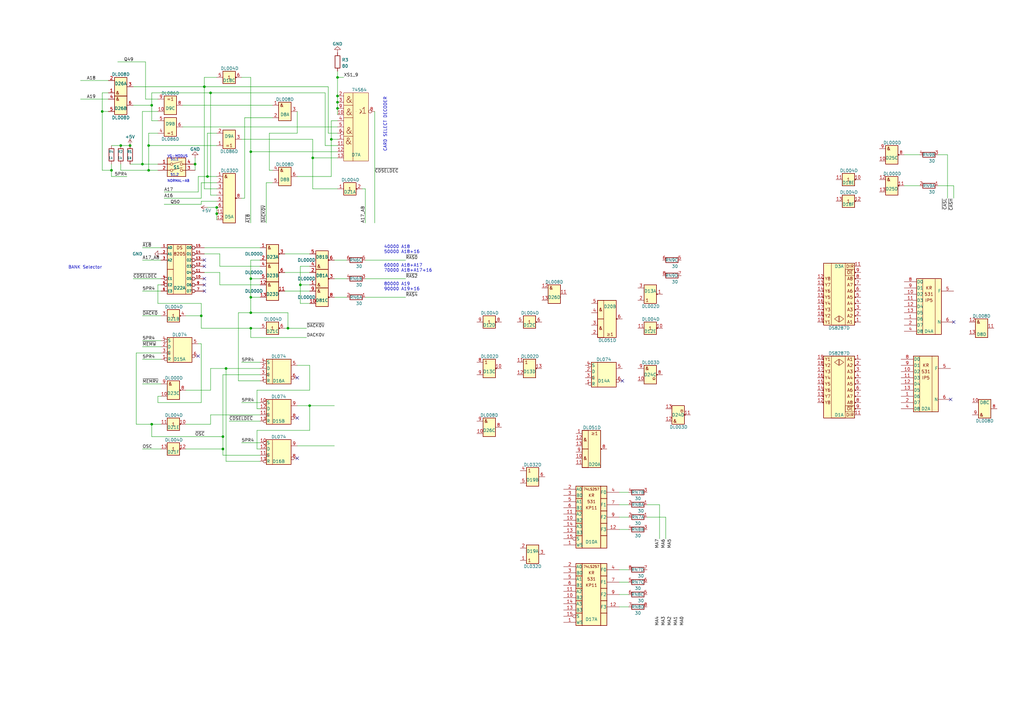
<source format=kicad_sch>
(kicad_sch (version 20211123) (generator eeschema)
  (paper "A3")
  (title_block (date "2023-01-28") (rev "1"))
  (junction (at 455.93 40.64))
  (junction (at 92.71 151.13))
  (junction (at 138.43 39.37))
  (junction (at 455.93 130.81))
  (junction (at 455.93 144.78))
  (junction (at 88.9 87.63))
  (junction (at 45.72 69.85))
  (junction (at 455.93 78.74))
  (junction (at -57.15 251.46))
  (junction (at 86.36 38.1))
  (junction (at 455.93 97.79))
  (junction (at 135.89 57.15))
  (junction (at 102.87 134.62))
  (junction (at 455.93 118.11))
  (junction (at 102.87 128.27))
  (junction (at 455.93 123.19))
  (junction (at 455.93 135.89))
  (junction (at 102.87 62.23))
  (junction (at 455.93 110.49))
  (junction (at 102.87 121.92))
  (junction (at 455.93 147.32))
  (junction (at 83.82 35.56))
  (junction (at 91.44 179.07))
  (junction (at 455.93 152.4))
  (junction (at 127 166.37))
  (junction (at 62.23 173.99))
  (junction (at 138.43 41.91))
  (junction (at 49.53 59.69))
  (junction (at -55.88 267.97))
  (junction (at 53.34 59.69))
  (junction (at 138.43 31.75))
  (junction (at 123.19 116.84))
  (junction (at 58.42 67.31))
  (junction (at 455.93 60.96))
  (junction (at 455.93 105.41))
  (junction (at 455.93 88.9))
  (junction (at -30.48 275.59))
  (junction (at 41.91 45.72))
  (junction (at 88.9 85.09))
  (junction (at 118.11 134.62))
  (junction (at 455.93 54.61))
  (junction (at 455.93 73.66))
  (junction (at 128.27 64.77))
  (junction (at 60.96 59.69))
  (junction (at 60.96 69.85))
  (junction (at 62.23 43.18))
  (junction (at 455.93 49.53))
  (junction (at 455.93 149.86))
  (junction (at 82.55 129.54))
  (junction (at 91.44 184.15))
  (junction (at 102.87 114.3))
  (junction (at 138.43 44.45))
  (junction (at 455.93 66.04))
  (junction (at 85.09 72.39))
  (junction (at 80.01 67.31))
  (no_connect (at 478.79 38.1))
  (no_connect (at 471.17 38.1))
  (no_connect (at 466.09 88.9))
  (no_connect (at 83.82 119.38))
  (no_connect (at 83.82 114.3))
  (no_connect (at 471.17 146.05))
  (no_connect (at 121.92 171.45))
  (no_connect (at -35.56 266.7))
  (no_connect (at -35.56 243.84))
  (no_connect (at 121.92 154.94))
  (no_connect (at 83.82 106.68))
  (no_connect (at 466.09 97.79))
  (no_connect (at 83.82 116.84))
  (no_connect (at 471.17 151.13))
  (no_connect (at 121.92 187.96))
  (no_connect (at 255.27 156.21))
  (no_connect (at 389.89 163.83))
  (no_connect (at 466.09 76.2))
  (no_connect (at 83.82 109.22))
  (no_connect (at 466.09 63.5))
  (no_connect (at 466.09 38.1))
  (no_connect (at 466.09 120.65))
  (no_connect (at 466.09 133.35))
  (no_connect (at 81.28 146.05))
  (no_connect (at 391.16 132.08))
  (no_connect (at 466.09 52.07))
  (no_connect (at 466.09 107.95))
  (wire (pts (xy 128.27 77.47) (xy 128.27 64.77)))
  (wire (pts (xy -35.56 247.65) (xy -19.05 247.65)))
  (wire (pts (xy 82.55 124.46) (xy 82.55 129.54)))
  (wire (pts (xy 41.91 45.72) (xy 44.45 45.72)))
  (wire (pts (xy 106.68 167.64) (xy 105.41 167.64)))
  (wire (pts (xy 148.59 77.47) (xy 149.86 77.47)))
  (wire (pts (xy 137.16 121.92) (xy 142.24 121.92)))
  (wire (pts (xy 102.87 31.75) (xy 102.87 62.23)))
  (wire (pts (xy 153.67 45.72) (xy 153.67 91.44)))
  (wire (pts (xy 121.92 54.61) (xy 110.49 54.61)))
  (wire (pts (xy -95.25 241.3) (xy -68.58 241.3)))
  (wire (pts (xy 123.19 116.84) (xy 123.19 124.46)))
  (wire (pts (xy 127 149.86) (xy 121.92 149.86)))
  (wire (pts (xy -36.83 41.91) (xy -34.29 41.91)))
  (wire (pts (xy 82.55 140.97) (xy 81.28 140.97)))
  (wire (pts (xy 254 212.09) (xy 257.81 212.09)))
  (wire (pts (xy 49.53 69.85) (xy 60.96 69.85)))
  (wire (pts (xy 137.16 114.3) (xy 142.24 114.3)))
  (wire (pts (xy -36.83 57.15) (xy -34.29 57.15)))
  (wire (pts (xy -36.83 105.41) (xy -33.02 105.41)))
  (wire (pts (xy 138.43 39.37) (xy 138.43 41.91)))
  (wire (pts (xy 254 238.76) (xy 257.81 238.76)))
  (wire (pts (xy 88.9 72.39) (xy 85.09 72.39)))
  (wire (pts (xy 41.91 69.85) (xy 45.72 69.85)))
  (wire (pts (xy -36.83 44.45) (xy -34.29 44.45)))
  (wire (pts (xy 455.93 73.66) (xy 455.93 78.74)))
  (wire (pts (xy -72.39 231.14) (xy -68.58 231.14)))
  (wire (pts (xy 58.42 142.24) (xy 66.04 142.24)))
  (wire (pts (xy 97.79 128.27) (xy 102.87 128.27)))
  (wire (pts (xy -36.83 54.61) (xy -34.29 54.61)))
  (wire (pts (xy 455.93 130.81) (xy 455.93 135.89)))
  (wire (pts (xy -73.66 228.6) (xy -68.58 228.6)))
  (wire (pts (xy 273.05 212.09) (xy 273.05 220.98)))
  (wire (pts (xy -95.25 238.76) (xy -68.58 238.76)))
  (wire (pts (xy -95.25 195.58) (xy -85.09 195.58)))
  (wire (pts (xy -50.8 254) (xy -55.88 254)))
  (wire (pts (xy 41.91 38.1) (xy 41.91 45.72)))
  (wire (pts (xy 106.68 184.15) (xy 105.41 184.15)))
  (wire (pts (xy 85.09 85.09) (xy 88.9 85.09)))
  (wire (pts (xy 91.44 186.69) (xy 91.44 184.15)))
  (wire (pts (xy -55.88 254) (xy -55.88 267.97)))
  (wire (pts (xy -72.39 195.58) (xy -72.39 231.14)))
  (wire (pts (xy 92.71 151.13) (xy 86.36 151.13)))
  (wire (pts (xy 270.51 207.01) (xy 270.51 220.98)))
  (wire (pts (xy 121.92 72.39) (xy 135.89 72.39)))
  (wire (pts (xy 58.42 129.54) (xy 66.04 129.54)))
  (wire (pts (xy 58.42 184.15) (xy 66.04 184.15)))
  (wire (pts (xy 106.68 106.68) (xy 102.87 106.68)))
  (wire (pts (xy -95.25 218.44) (xy -85.09 218.44)))
  (wire (pts (xy 60.96 59.69) (xy 60.96 69.85)))
  (wire (pts (xy 64.77 124.46) (xy 82.55 124.46)))
  (wire (pts (xy 102.87 106.68) (xy 102.87 114.3)))
  (wire (pts (xy 106.68 170.18) (xy 86.36 170.18)))
  (wire (pts (xy 102.87 138.43) (xy 125.73 138.43)))
  (wire (pts (xy 99.06 165.1) (xy 106.68 165.1)))
  (wire (pts (xy 455.93 123.19) (xy 455.93 130.81)))
  (wire (pts (xy 455.93 97.79) (xy 455.93 105.41)))
  (wire (pts (xy -58.42 269.24) (xy -55.88 269.24)))
  (wire (pts (xy 88.9 80.01) (xy 86.36 80.01)))
  (wire (pts (xy -36.83 102.87) (xy -33.02 102.87)))
  (wire (pts (xy -95.25 248.92) (xy -50.8 248.92)))
  (wire (pts (xy -20.32 275.59) (xy -19.05 275.59)))
  (wire (pts (xy 134.62 35.56) (xy 134.62 54.61)))
  (wire (pts (xy 53.34 67.31) (xy 58.42 67.31)))
  (wire (pts (xy 455.93 152.4) (xy 455.93 157.48)))
  (wire (pts (xy 102.87 134.62) (xy 106.68 134.62)))
  (wire (pts (xy 45.72 67.31) (xy 45.72 69.85)))
  (wire (pts (xy 64.77 162.56) (xy 64.77 165.1)))
  (wire (pts (xy 138.43 31.75) (xy 138.43 39.37)))
  (wire (pts (xy 133.35 59.69) (xy 138.43 59.69)))
  (wire (pts (xy 388.62 63.5) (xy 388.62 81.28)))
  (wire (pts (xy 265.43 212.09) (xy 273.05 212.09)))
  (wire (pts (xy -95.25 204.47) (xy -85.09 204.47)))
  (wire (pts (xy -55.88 267.97) (xy -50.8 267.97)))
  (wire (pts (xy 102.87 62.23) (xy 102.87 91.44)))
  (wire (pts (xy -57.15 251.46) (xy -50.8 251.46)))
  (wire (pts (xy -57.15 234.95) (xy -57.15 251.46)))
  (wire (pts (xy -36.83 134.62) (xy -33.02 134.62)))
  (wire (pts (xy -36.83 81.28) (xy -33.02 81.28)))
  (wire (pts (xy 82.55 82.55) (xy 82.55 83.82)))
  (wire (pts (xy 133.35 38.1) (xy 133.35 59.69)))
  (wire (pts (xy 455.93 66.04) (xy 455.93 73.66)))
  (wire (pts (xy 455.93 49.53) (xy 455.93 54.61)))
  (wire (pts (xy 60.96 54.61) (xy 60.96 59.69)))
  (wire (pts (xy -35.56 261.62) (xy -30.48 261.62)))
  (wire (pts (xy 138.43 77.47) (xy 128.27 77.47)))
  (wire (pts (xy 88.9 85.09) (xy 88.9 87.63)))
  (wire (pts (xy 121.92 182.88) (xy 137.16 182.88)))
  (wire (pts (xy -36.83 107.95) (xy -33.02 107.95)))
  (wire (pts (xy 102.87 114.3) (xy 106.68 114.3)))
  (wire (pts (xy 455.93 144.78) (xy 455.93 147.32)))
  (wire (pts (xy -36.83 142.24) (xy -33.02 142.24)))
  (wire (pts (xy -36.83 86.36) (xy -33.02 86.36)))
  (wire (pts (xy 102.87 121.92) (xy 106.68 121.92)))
  (wire (pts (xy -95.25 269.24) (xy -68.58 269.24)))
  (wire (pts (xy 128.27 64.77) (xy 138.43 64.77)))
  (wire (pts (xy 102.87 121.92) (xy 102.87 128.27)))
  (wire (pts (xy 106.68 172.72) (xy 93.98 172.72)))
  (wire (pts (xy 265.43 207.01) (xy 270.51 207.01)))
  (wire (pts (xy 88.9 74.93) (xy 82.55 74.93)))
  (polyline (pts (xy -10.16 283.21) (xy -97.79 283.21)))
  (wire (pts (xy -74.93 195.58) (xy -72.39 195.58)))
  (wire (pts (xy 127 166.37) (xy 137.16 166.37)))
  (wire (pts (xy 86.36 173.99) (xy 76.2 173.99)))
  (wire (pts (xy 138.43 49.53) (xy 135.89 49.53)))
  (wire (pts (xy 455.93 88.9) (xy 455.93 97.79)))
  (wire (pts (xy 82.55 74.93) (xy 82.55 81.28)))
  (wire (pts (xy 128.27 57.15) (xy 128.27 64.77)))
  (wire (pts (xy 455.93 54.61) (xy 455.93 60.96)))
  (wire (pts (xy 123.19 116.84) (xy 127 116.84)))
  (wire (pts (xy 88.9 31.75) (xy 83.82 31.75)))
  (wire (pts (xy 370.84 63.5) (xy 377.19 63.5)))
  (wire (pts (xy 123.19 124.46) (xy 127 124.46)))
  (wire (pts (xy -95.25 209.55) (xy -85.09 209.55)))
  (wire (pts (xy 90.17 104.14) (xy 90.17 109.22)))
  (wire (pts (xy 86.36 151.13) (xy 86.36 160.02)))
  (wire (pts (xy 455.93 105.41) (xy 455.93 110.49)))
  (wire (pts (xy -95.25 226.06) (xy -68.58 226.06)))
  (wire (pts (xy 455.93 135.89) (xy 455.93 144.78)))
  (wire (pts (xy 149.86 114.3) (xy 166.37 114.3)))
  (wire (pts (xy -55.88 267.97) (xy -55.88 269.24)))
  (wire (pts (xy 45.72 59.69) (xy 49.53 59.69)))
  (wire (pts (xy 85.09 72.39) (xy 81.28 72.39)))
  (wire (pts (xy 62.23 179.07) (xy 62.23 173.99)))
  (wire (pts (xy -36.83 78.74) (xy -33.02 78.74)))
  (wire (pts (xy 62.23 43.18) (xy 62.23 38.1)))
  (wire (pts (xy -58.42 275.59) (xy -30.48 275.59)))
  (wire (pts (xy -36.83 118.11) (xy -33.02 118.11)))
  (wire (pts (xy 86.36 160.02) (xy 76.2 160.02)))
  (wire (pts (xy 455.93 78.74) (xy 455.93 88.9)))
  (wire (pts (xy 62.23 49.53) (xy 62.23 43.18)))
  (wire (pts (xy 254 243.84) (xy 257.81 243.84)))
  (wire (pts (xy 106.68 156.21) (xy 97.79 156.21)))
  (wire (pts (xy 83.82 104.14) (xy 90.17 104.14)))
  (wire (pts (xy -58.42 234.95) (xy -57.15 234.95)))
  (wire (pts (xy 455.93 40.64) (xy 455.93 49.53)))
  (wire (pts (xy 54.61 35.56) (xy 83.82 35.56)))
  (wire (pts (xy 123.19 109.22) (xy 123.19 116.84)))
  (wire (pts (xy 90.17 111.76) (xy 90.17 116.84)))
  (wire (pts (xy 60.96 59.69) (xy 88.9 59.69)))
  (wire (pts (xy 134.62 54.61) (xy 138.43 54.61)))
  (wire (pts (xy 64.77 116.84) (xy 64.77 124.46)))
  (wire (pts (xy -36.83 149.86) (xy -33.02 149.86)))
  (wire (pts (xy 102.87 114.3) (xy 102.87 121.92)))
  (wire (pts (xy 44.45 38.1) (xy 41.91 38.1)))
  (wire (pts (xy 82.55 165.1) (xy 82.55 140.97)))
  (wire (pts (xy 54.61 43.18) (xy 62.23 43.18)))
  (wire (pts (xy -36.83 132.08) (xy -33.02 132.08)))
  (wire (pts (xy 92.71 189.23) (xy 92.71 151.13)))
  (wire (pts (xy 83.82 111.76) (xy 90.17 111.76)))
  (wire (pts (xy 85.09 54.61) (xy 85.09 72.39)))
  (wire (pts (xy 82.55 129.54) (xy 82.55 134.62)))
  (wire (pts (xy 138.43 31.75) (xy 140.97 31.75)))
  (wire (pts (xy 100.33 81.28) (xy 99.06 81.28)))
  (wire (pts (xy -95.25 262.89) (xy -50.8 262.89)))
  (wire (pts (xy 254 233.68) (xy 257.81 233.68)))
  (wire (pts (xy 58.42 106.68) (xy 66.04 106.68)))
  (wire (pts (xy 106.68 153.67) (xy 91.44 153.67)))
  (wire (pts (xy 64.77 40.64) (xy 59.69 40.64)))
  (wire (pts (xy 55.88 144.78) (xy 66.04 144.78)))
  (wire (pts (xy 76.2 129.54) (xy 82.55 129.54)))
  (wire (pts (xy 74.93 52.07) (xy 138.43 52.07)))
  (wire (pts (xy 455.93 149.86) (xy 455.93 152.4)))
  (wire (pts (xy -57.15 265.43) (xy -57.15 251.46)))
  (wire (pts (xy 67.31 78.74) (xy 81.28 78.74)))
  (wire (pts (xy 90.17 109.22) (xy 106.68 109.22)))
  (polyline (pts (xy -10.16 184.15) (xy -10.16 283.21)))
  (wire (pts (xy 45.72 69.85) (xy 45.72 72.39)))
  (wire (pts (xy -36.83 115.57) (xy -33.02 115.57)))
  (wire (pts (xy -36.83 76.2) (xy -33.02 76.2)))
  (wire (pts (xy 86.36 38.1) (xy 133.35 38.1)))
  (wire (pts (xy 127 166.37) (xy 127 176.53)))
  (wire (pts (xy 455.93 35.56) (xy 455.93 40.64)))
  (wire (pts (xy 138.43 44.45) (xy 138.43 46.99)))
  (wire (pts (xy 106.68 186.69) (xy 91.44 186.69)))
  (wire (pts (xy 60.96 69.85) (xy 64.77 69.85)))
  (wire (pts (xy 88.9 54.61) (xy 85.09 54.61)))
  (wire (pts (xy 254 248.92) (xy 257.81 248.92)))
  (polyline (pts (xy -97.79 184.15) (xy -10.16 184.15)))
  (wire (pts (xy -36.83 152.4) (xy -33.02 152.4)))
  (wire (pts (xy 58.42 45.72) (xy 58.42 67.31)))
  (wire (pts (xy 99.06 148.59) (xy 106.68 148.59)))
  (wire (pts (xy 67.31 83.82) (xy 82.55 83.82)))
  (wire (pts (xy 254 217.17) (xy 257.81 217.17)))
  (wire (pts (xy 102.87 128.27) (xy 118.11 128.27)))
  (wire (pts (xy -36.83 120.65) (xy -33.02 120.65)))
  (wire (pts (xy 58.42 157.48) (xy 66.04 157.48)))
  (wire (pts (xy -36.83 83.82) (xy -33.02 83.82)))
  (wire (pts (xy 116.84 134.62) (xy 118.11 134.62)))
  (wire (pts (xy -20.32 264.16) (xy -19.05 264.16)))
  (wire (pts (xy -36.83 46.99) (xy -34.29 46.99)))
  (wire (pts (xy 62.23 38.1) (xy 86.36 38.1)))
  (wire (pts (xy -95.25 243.84) (xy -68.58 243.84)))
  (wire (pts (xy 83.82 101.6) (xy 106.68 101.6)))
  (wire (pts (xy 391.16 76.2) (xy 391.16 81.28)))
  (wire (pts (xy 450.85 157.48) (xy 455.93 157.48)))
  (wire (pts (xy 41.91 45.72) (xy 41.91 69.85)))
  (wire (pts (xy 135.89 57.15) (xy 138.43 57.15)))
  (wire (pts (xy 76.2 184.15) (xy 91.44 184.15)))
  (wire (pts (xy -95.25 236.22) (xy -68.58 236.22)))
  (wire (pts (xy 111.76 74.93) (xy 109.22 74.93)))
  (wire (pts (xy 83.82 31.75) (xy 83.82 35.56)))
  (wire (pts (xy 118.11 128.27) (xy 118.11 134.62)))
  (wire (pts (xy 455.93 110.49) (xy 455.93 118.11)))
  (wire (pts (xy 149.86 77.47) (xy 149.86 91.44)))
  (wire (pts (xy -36.83 88.9) (xy -33.02 88.9)))
  (wire (pts (xy 105.41 160.02) (xy 127 160.02)))
  (wire (pts (xy 110.49 54.61) (xy 110.49 69.85)))
  (wire (pts (xy -74.93 233.68) (xy -68.58 233.68)))
  (wire (pts (xy 138.43 41.91) (xy 138.43 44.45)))
  (wire (pts (xy 105.41 176.53) (xy 127 176.53)))
  (wire (pts (xy 116.84 104.14) (xy 127 104.14)))
  (wire (pts (xy -36.83 144.78) (xy -33.02 144.78)))
  (wire (pts (xy 105.41 184.15) (xy 105.41 176.53)))
  (wire (pts (xy 102.87 134.62) (xy 102.87 138.43)))
  (wire (pts (xy 118.11 134.62) (xy 125.73 134.62)))
  (wire (pts (xy 91.44 179.07) (xy 62.23 179.07)))
  (wire (pts (xy 64.77 49.53) (xy 62.23 49.53)))
  (wire (pts (xy 86.36 170.18) (xy 86.36 173.99)))
  (wire (pts (xy 88.9 87.63) (xy 88.9 90.17)))
  (wire (pts (xy -74.93 207.01) (xy -73.66 207.01)))
  (wire (pts (xy 384.81 76.2) (xy 391.16 76.2)))
  (wire (pts (xy -36.83 100.33) (xy -33.02 100.33)))
  (wire (pts (xy 82.55 134.62) (xy 102.87 134.62)))
  (wire (pts (xy -36.83 139.7) (xy -33.02 139.7)))
  (wire (pts (xy 59.69 40.64) (xy 59.69 25.4)))
  (wire (pts (xy 137.16 106.68) (xy 142.24 106.68)))
  (wire (pts (xy 45.72 72.39) (xy 52.07 72.39)))
  (wire (pts (xy 49.53 59.69) (xy 53.34 59.69)))
  (wire (pts (xy 99.06 181.61) (xy 106.68 181.61)))
  (wire (pts (xy 80.01 67.31) (xy 80.01 69.85)))
  (polyline (pts (xy -97.79 184.15) (xy -97.79 283.21)))
  (wire (pts (xy 54.61 114.3) (xy 66.04 114.3)))
  (wire (pts (xy 82.55 82.55) (xy 88.9 82.55)))
  (wire (pts (xy 99.06 31.75) (xy 102.87 31.75)))
  (wire (pts (xy 121.92 166.37) (xy 127 166.37)))
  (wire (pts (xy 81.28 72.39) (xy 81.28 78.74)))
  (wire (pts (xy 254 207.01) (xy 257.81 207.01)))
  (wire (pts (xy -36.83 147.32) (xy -33.02 147.32)))
  (wire (pts (xy 64.77 54.61) (xy 60.96 54.61)))
  (wire (pts (xy 370.84 76.2) (xy 377.19 76.2)))
  (wire (pts (xy -50.8 265.43) (xy -57.15 265.43)))
  (wire (pts (xy -36.83 39.37) (xy -34.29 39.37)))
  (wire (pts (xy -73.66 207.01) (xy -73.66 228.6)))
  (wire (pts (xy 110.49 69.85) (xy 111.76 69.85)))
  (wire (pts (xy 102.87 62.23) (xy 138.43 62.23)))
  (wire (pts (xy -36.83 110.49) (xy -33.02 110.49)))
  (wire (pts (xy 83.82 77.47) (xy 83.82 35.56)))
  (wire (pts (xy 58.42 139.7) (xy 66.04 139.7)))
  (wire (pts (xy -30.48 266.7) (xy -30.48 275.59)))
  (wire (pts (xy 105.41 167.64) (xy 105.41 160.02)))
  (wire (pts (xy 86.36 80.01) (xy 86.36 38.1)))
  (wire (pts (xy 121.92 45.72) (xy 121.92 54.61)))
  (wire (pts (xy 64.77 45.72) (xy 58.42 45.72)))
  (wire (pts (xy 64.77 165.1) (xy 82.55 165.1)))
  (wire (pts (xy 97.79 156.21) (xy 97.79 128.27)))
  (wire (pts (xy 135.89 49.53) (xy 135.89 57.15)))
  (wire (pts (xy 116.84 111.76) (xy 127 111.76)))
  (wire (pts (xy -36.83 71.12) (xy -33.02 71.12)))
  (wire (pts (xy 74.93 43.18) (xy 111.76 43.18)))
  (wire (pts (xy 33.02 33.02) (xy 44.45 33.02)))
  (wire (pts (xy 455.93 147.32) (xy 455.93 149.86)))
  (wire (pts (xy 100.33 48.26) (xy 100.33 81.28)))
  (wire (pts (xy 91.44 184.15) (xy 91.44 179.07)))
  (wire (pts (xy 149.86 106.68) (xy 166.37 106.68)))
  (wire (pts (xy 99.06 57.15) (xy 128.27 57.15)))
  (wire (pts (xy 58.42 147.32) (xy 66.04 147.32)))
  (wire (pts (xy 67.31 81.28) (xy 82.55 81.28)))
  (wire (pts (xy 254 201.93) (xy 257.81 201.93)))
  (wire (pts (xy -36.83 73.66) (xy -33.02 73.66)))
  (wire (pts (xy -36.83 49.53) (xy -34.29 49.53)))
  (wire (pts (xy -36.83 52.07) (xy -34.29 52.07)))
  (wire (pts (xy 49.53 67.31) (xy 49.53 69.85)))
  (wire (pts (xy 48.26 25.4) (xy 59.69 25.4)))
  (wire (pts (xy -36.83 68.58) (xy -33.02 68.58)))
  (wire (pts (xy 135.89 72.39) (xy 135.89 57.15)))
  (wire (pts (xy 111.76 48.26) (xy 100.33 48.26)))
  (wire (pts (xy 62.23 173.99) (xy 55.88 173.99)))
  (wire (pts (xy 127 109.22) (xy 123.19 109.22)))
  (wire (pts (xy 106.68 189.23) (xy 92.71 189.23)))
  (wire (pts (xy 58.42 67.31) (xy 64.77 67.31)))
  (wire (pts (xy 58.42 119.38) (xy 66.04 119.38)))
  (wire (pts (xy -36.83 113.03) (xy -33.02 113.03)))
  (wire (pts (xy 91.44 153.67) (xy 91.44 179.07)))
  (wire (pts (xy -36.83 137.16) (xy -33.02 137.16)))
  (wire (pts (xy 55.88 173.99) (xy 55.88 144.78)))
  (wire (pts (xy 90.17 116.84) (xy 106.68 116.84)))
  (wire (pts (xy 80.01 64.77) (xy 80.01 67.31)))
  (wire (pts (xy 138.43 29.21) (xy 138.43 31.75)))
  (wire (pts (xy 66.04 162.56) (xy 64.77 162.56)))
  (wire (pts (xy 66.04 173.99) (xy 62.23 173.99)))
  (wire (pts (xy 66.04 116.84) (xy 64.77 116.84)))
  (wire (pts (xy 33.02 40.64) (xy 44.45 40.64)))
  (wire (pts (xy 58.42 101.6) (xy 66.04 101.6)))
  (wire (pts (xy -95.25 275.59) (xy -68.58 275.59)))
  (wire (pts (xy -36.83 36.83) (xy -34.29 36.83)))
  (wire (pts (xy 455.93 118.11) (xy 455.93 123.19)))
  (wire (pts (xy 127 160.02) (xy 127 149.86)))
  (wire (pts (xy 83.82 35.56) (xy 134.62 35.56)))
  (wire (pts (xy 106.68 151.13) (xy 92.71 151.13)))
  (wire (pts (xy 88.9 77.47) (xy 83.82 77.47)))
  (wire (pts (xy 109.22 74.93) (xy 109.22 91.44)))
  (wire (pts (xy -74.93 218.44) (xy -74.93 233.68)))
  (wire (pts (xy 455.93 60.96) (xy 455.93 66.04)))
  (wire (pts (xy 149.86 121.92) (xy 166.37 121.92)))
  (wire (pts (xy 384.81 63.5) (xy 388.62 63.5)))
  (wire (pts (xy 116.84 119.38) (xy 127 119.38)))
  (text "Segmente \n40000 A18\n50000 A16+A18\n60000 A17+A18\n70000 A16+A17+A18\n80000 A19\n90000 A16+A19" (at 45.72 -5.08 0) (effects (font (size 1.27 1.27)) (justify left bottom)))
  (text "NORMAL-AB" (at 68.58 74.93 0) (effects (font (size 1 1)) (justify left bottom)))
  (text "S1.2" (at 69.85 72.39 0) (effects (font (size 1 1)) (justify left bottom)))
  (text "40000 A18\n50000 A18+16" (at 157.48 104.14 0) (effects (font (size 1.27 1.27)) (justify left bottom)))
  (text "S1.1" (at 69.85 66.04 0) (effects (font (size 1 1)) (justify left bottom)))
  (text "VG-MODUS" (at 68.58 64.77 0) (effects (font (size 1 1)) (justify left bottom)))
  (text "80000 A19\n90000 A19+16" (at 157.48 119.38 0) (effects (font (size 1.27 1.27)) (justify left bottom)))
  (text "BANK Selector" (at 27.94 110.49 0) (effects (font (size 1.27 1.27)) (justify left bottom)))
  (text "Paging-Umschaltung\n(Vorder-/Hintergrundmodus)\nvia Adresse 1E8" (at -48.26 191.77 0) (effects (font (size 1.27 1.27)) (justify left bottom)))
  (text "IOW auf 1E8 = L" (at -69.85 223.52 0) (effects (font (size 1.27 1.27)) (justify left bottom)))
  (text "60000 A18+A17\n70000 A18+A17+16" (at 157.48 111.76 0) (effects (font (size 1.27 1.27)) (justify left bottom)))
  (text "CARD SELECT DECODER" (at 158.75 62.23 90) (effects (font (size 1.27 1.27)) (justify left bottom)))
  (label "MD14" (at -34.29 39.37 0))
  (label "XS1_9" (at 140.97 31.75 0))
  (label "XS3_7" (at -11.43 115.57 0))
  (label "MA7" (at 270.51 220.98 270))
  (label "A15" (at -95.25 275.59 0))
  (label "MA5" (at -33.02 105.41 0))
  (label "5PR4" (at 46.99 72.39 0))
  (label "XS1_5" (at -12.7 46.99 0))
  (label "XS4_9" (at -33.02 152.4 0))
  (label "A4" (at -95.25 204.47 0))
  (label "MA3" (at 273.05 252.73 270))
  (label "MD0" (at -33.02 86.36 0))
  (label "XS1_2" (at -12.7 39.37 0))
  (label "5PR4" (at 99.06 181.61 0))
  (label "XS3_5" (at -11.43 110.49 0))
  (label "A19" (at 35.56 40.64 0))
  (label "XS3_6" (at -11.43 113.03 0))
  (label "~{CDSELDEC}" (at 54.61 114.3 0))
  (label "MD5" (at -33.02 73.66 0))
  (label "5PR4" (at 99.06 165.1 0))
  (label "OSC" (at 58.42 184.15 0))
  (label "XS2_8" (at -12.7 86.36 0))
  (label "~{WEO}" (at -33.02 147.32 0))
  (label "XS3_8" (at -11.43 118.11 0))
  (label "RESETDRV" (at -95.25 269.24 0))
  (label "~{RAS0}" (at -33.02 132.08 0))
  (label "~{CASH}" (at 391.16 81.28 270))
  (label "A18" (at 35.56 33.02 0))
  (label "MD6" (at -33.02 71.12 0))
  (label "XS2_5" (at -12.7 78.74 0))
  (label "MA2" (at -33.02 113.03 0))
  (label "XS3_1" (at -11.43 100.33 0))
  (label "A3" (at -95.25 243.84 0))
  (label "MA3" (at -33.02 110.49 0))
  (label "Q73" (at -19.05 275.59 0))
  (label "MA4" (at 270.51 252.73 270))
  (label "AEN" (at -95.25 209.55 0))
  (label "MD9" (at -34.29 52.07 0))
  (label "MD15" (at -34.29 36.83 0))
  (label "~{A18}" (at 102.87 91.44 90))
  (label "~{DACK0V}" (at 109.22 91.44 90))
  (label "5PR4" (at 58.42 139.7 0))
  (label "XS2_6" (at -12.7 81.28 0))
  (label "~{CASL}" (at 388.62 81.28 270))
  (label "XS2_2" (at -12.7 71.12 0))
  (label "A16" (at 67.31 81.28 0))
  (label "XS2_7" (at -12.7 83.82 0))
  (label "~{A18}" (at 58.42 101.6 0))
  (label "A17_AB" (at 149.86 91.44 90))
  (label "MA2" (at 275.59 252.73 270))
  (label "~{RAS2}" (at -33.02 137.16 0))
  (label "Q49" (at 50.8 25.4 0))
  (label "MD10" (at -34.29 49.53 0))
  (label "~{CDSELDEC}" (at 153.67 71.12 0))
  (label "XS4_7" (at -11.43 147.32 0))
  (label "~{DACK0V}" (at 125.73 134.62 0))
  (label "PGMODE" (at -19.05 247.65 0))
  (label "XS4_2" (at -11.43 134.62 0))
  (label "DACK0V" (at 125.73 138.43 0))
  (label "XS1_8" (at -12.7 54.61 0))
  (label "~{DACK0}" (at 58.42 129.54 0))
  (label "~{RAS2}" (at 166.37 114.3 0))
  (label "XS2_3" (at -12.7 73.66 0))
  (label "MA5" (at 275.59 220.98 270))
  (label "~{WEE}" (at -33.02 144.78 0))
  (label "XS4_4" (at -11.43 139.7 0))
  (label "XS4_3" (at -11.43 137.16 0))
  (label "XS4_8" (at -33.02 149.86 0))
  (label "A7" (at -95.25 236.22 0))
  (label "~{RAS4}" (at 166.37 121.92 0))
  (label "XS4_5" (at -11.43 142.24 0))
  (label "~{RAS0}" (at 166.37 106.68 0))
  (label "XS1_1" (at -12.7 36.83 0))
  (label "~{MEMW}" (at 58.42 142.24 0))
  (label "D1" (at -95.25 262.89 0))
  (label "XS2_4" (at -12.7 76.2 0))
  (label "D0" (at -95.25 248.92 0))
  (label "XS1_6" (at -12.7 49.53 0))
  (label "MA4" (at -33.02 107.95 0))
  (label "XS1_7" (at -12.7 52.07 0))
  (label "MA6" (at 273.05 220.98 270))
  (label "XS4_6" (at -11.43 144.78 0))
  (label "MA1" (at -33.02 115.57 0))
  (label "Q50" (at -19.05 264.16 0))
  (label "MD3" (at -33.02 78.74 0))
  (label "5PR4" (at 58.42 119.38 0))
  (label "XS1_4" (at -12.7 44.45 0))
  (label "MD12" (at -34.29 44.45 0))
  (label "~{CASH}" (at -33.02 134.62 0))
  (label "~{RAS4}" (at -33.02 142.24 0))
  (label "~{IOW}" (at -95.25 195.58 0))
  (label "MA0" (at -33.02 118.11 0))
  (label "A5" (at -95.25 241.3 0))
  (label "MA6" (at -33.02 102.87 0))
  (label "XS2_1" (at -12.7 68.58 0))
  (label "~{CDSELDEC}" (at 93.98 172.72 0))
  (label "MA1" (at 278.13 252.73 270))
  (label "XS3_2" (at -11.43 102.87 0))
  (label "MD11" (at -34.29 46.99 0))
  (label "XS3_3" (at -11.43 105.41 0))
  (label "~{OSC}" (at 80.01 179.07 0))
  (label "XS3_9" (at -11.43 120.65 0))
  (label "XS4_1" (at -11.43 132.08 0))
  (label "XS1_3" (at -12.7 41.91 0))
  (label "MD2" (at -33.02 81.28 0))
  (label "A17_AB" (at 58.42 106.68 0))
  (label "5PR4" (at 99.06 148.59 0))
  (label "XS2_9" (at -12.7 88.9 0))
  (label "MA0" (at 280.67 252.73 270))
  (label "MD4" (at -33.02 76.2 0))
  (label "A17" (at 67.31 78.74 0))
  (label "5PR4" (at 58.42 147.32 0))
  (label "~{MEMRV}" (at 58.42 157.48 0))
  (label "MD1" (at -33.02 83.82 0))
  (label "MD7" (at -33.02 68.58 0))
  (label "A6" (at -95.25 238.76 0))
  (label "~{CASL}" (at -33.02 139.7 0))
  (label "MD13" (at -34.29 41.91 0))
  (label "Q50" (at 69.85 83.82 0))
  (label "A9" (at -95.25 218.44 0))
  (label "A8" (at -95.25 226.06 0))
  (label "MA7" (at -33.02 100.33 0))
  (label "MD8" (at -34.29 54.61 0))
  (label "XS1_9" (at -34.29 57.15 0))
  (label "XS3_4" (at -11.43 107.95 0))
  (symbol (lib_id "RFT_Digitalschaltkreise:DL032D") (at 218.44 195.58 0) (unit 2)
    (property "Reference" "D19" (at 218.44 196.85 0))
    (property "Value" "DL032D" (at 218.44 190.6071 0))
    (property "Footprint" "Package_DIP:DIP-14_W7.62mm" (effects hide))
    (property "Datasheet" "https://www-user.tu-chemnitz.de/~heha/basteln/Konsumg%C3%BCter/DDR-Halbleiter/g.cgi?149" (effects hide))
  )
  (symbol (lib_id "robotron_ec1834:DL008D") (at 116.84 72.39 0) (unit 2)
    (property "Reference" "D8" (at 116.84 73.66 0))
    (property "Value" "DL008D" (at 116.84 67.4171 0))
    (property "Footprint" "Package_DIP:DIP-14_W7.62mm" (effects hide))
    (property "Datasheet" "https://www-user.tu-chemnitz.de/~heha/basteln/Konsumg%C3%BCter/DDR-Halbleiter/dl008.gif" (effects hide))
  )
  (symbol (lib_id "robotron_ec1834:74LS280") (at 381 127 0) (unit 1)
    (property "Reference" "D4" (at 381 135.887 0))
    (property "Value" "74LS280" (effects hide))
    (property "Footprint" "Package_DIP:DIP-14_W7.62mm" (effects hide))
    (property "Datasheet" "http://www.ti.com/lit/gpn/sn74LS280" (effects hide))
  )
  (symbol (lib_id "RFT_Digitalschaltkreise:DL086D") (at 69.85 43.18 0) (unit 3)
    (property "Reference" "D9" (at 69.85 44.45 0))
    (property "Value" "DL086D" (at 69.85 38.2071 0))
    (property "Footprint" "Package_DIP:DIP-14_W7.62mm" (effects hide))
    (property "Datasheet" "https://www-user.tu-chemnitz.de/~heha/basteln/Konsumg%C3%BCter/DDR-Halbleiter/dl074.gif" (effects hide))
  )
  (symbol (lib_id "RFT_Digitalschaltkreise:DL004D") (at -80.01 195.58 0) (unit 1)
    (property "Reference" "D18" (at -80.01 196.85 0))
    (property "Value" "DL004D" (at -79.8195 191.8771 0))
    (property "Footprint" "Package_DIP:DIP-14_W7.62mm" (effects hide))
    (property "Datasheet" "https://www-user.tu-chemnitz.de/~heha/basteln/Konsumg%C3%BCter/DDR-Halbleiter/dl003.gif" (effects hide))
  )
  (symbol (lib_id "robotron_ec1834:74S64") (at 146.05 52.07 0) (unit 1)
    (property "Reference" "D7" (at 146.05 63.5 0))
    (property "Value" "74S64" (at 147.32 36.83 0))
    (property "Footprint" "Package_DIP:DIP-14_W7.62mm" (effects hide))
  )
  (symbol (lib_id "robotron_ec1834:DL074") (at 114.3 168.91 0) (unit 2)
    (property "Reference" "D15" (at 114.3 172.72 0))
    (property "Value" "DL074" (at 114.3 162.6671 0))
    (property "Footprint" "Package_DIP:DIP-14_W7.62mm" (effects hide))
    (property "Datasheet" "74xx/74hc_hct74.pdf" (effects hide))
  )
  (symbol (lib_id "Device:R") (at 49.53 63.5 180) (unit 1)
    (property "Reference" "R2" (at 48.26 62.23 0) (effects (font (size 1 1)) (justify right)))
    (property "Value" "1k" (at 48.26 64.7669 0) (effects (font (size 1 1)) (justify right)))
    (property "Footprint" "Resistor_THT:R_Axial_DIN0207_L6.3mm_D2.5mm_P10.16mm_Horizontal" (effects hide))
  )
  (symbol (lib_id "power:GND") (at 80.01 64.77 180) (unit 1)
    (property "Reference" "#PWR?" (effects hide))
    (property "Value" "GND" (at 80.01 61.1942 0))
  )
  (symbol (lib_id "robotron_ec1834:DL008D") (at 49.53 35.56 0) (mirror x) (unit 1)
    (property "Reference" "D26" (at 49.53 34.29 0))
    (property "Value" "DL008D" (at 49.53 30.48 0))
    (property "Footprint" "Package_DIP:DIP-14_W7.62mm" (effects hide))
    (property "Datasheet" "https://www-user.tu-chemnitz.de/~heha/basteln/Konsumg%C3%BCter/DDR-Halbleiter/dl008.gif" (effects hide))
  )
  (symbol (lib_id "RFT_Digitalschaltkreise:DL004D") (at 266.7 134.62 0) (unit 5)
    (property "Reference" "D12" (at 266.7 135.89 0))
    (property "Value" "DL004D" (at 266.8905 130.9171 0))
    (property "Footprint" "Package_DIP:DIP-14_W7.62mm" (effects hide))
    (property "Datasheet" "https://www-user.tu-chemnitz.de/~heha/basteln/Konsumg%C3%BCter/DDR-Halbleiter/dl003.gif" (effects hide))
  )
  (symbol (lib_id "robotron_ec1834:74LS257") (at 242.57 212.09 0) (unit 1)
    (property "Reference" "D10" (at 242.57 222.25 0))
    (property "Value" "74LS257" (effects hide))
    (property "Footprint" "Package_DIP:DIP-16_W7.62mm" (effects hide))
    (property "Datasheet" "http://www.ti.com/lit/gpn/sn74LS257" (effects hide))
  )
  (symbol (lib_id "Connector_Generic:Conn_01x09") (at -41.91 110.49 0) (mirror y) (unit 1)
    (property "Reference" "XS3" (at -41.91 95.3602 0))
    (property "Value" "Conn_01x09" (at -41.91 97.8971 0))
    (property "Footprint" "Connector_PinHeader_2.54mm:PinHeader_1x09_P2.54mm_Vertical" (effects hide))
  )
  (symbol (lib_id "Connector_Generic:Conn_01x09") (at -41.91 78.74 0) (mirror y) (unit 1)
    (property "Reference" "XS2" (at -41.91 63.6102 0))
    (property "Value" "Conn_01x09" (at -41.91 66.1471 0))
    (property "Footprint" "Connector_PinHeader_2.54mm:PinHeader_1x09_P2.54mm_Vertical" (effects hide))
  )
  (symbol (lib_id "Connector_Generic:Conn_01x09") (at -41.91 142.24 0) (mirror y) (unit 1)
    (property "Reference" "XS4" (at -41.91 127.1102 0))
    (property "Value" "Conn_01x09" (at -41.91 129.6471 0))
    (property "Footprint" "Connector_PinHeader_2.54mm:PinHeader_1x09_P2.54mm_Vertical" (effects hide))
  )
  (symbol (lib_id "RFT_Digitalschaltkreise:DL004D") (at 71.12 173.99 0) (unit 5)
    (property "Reference" "D21" (at 71.12 175.26 0))
    (property "Value" "DL004D" (at 71.3105 170.2871 0))
    (property "Footprint" "Package_DIP:DIP-14_W7.62mm" (effects hide))
    (property "Datasheet" "https://www-user.tu-chemnitz.de/~heha/basteln/Konsumg%C3%BCter/DDR-Halbleiter/dl003.gif" (effects hide))
  )
  (symbol (lib_id "power:+5V") (at 85.09 85.09 90) (unit 1)
    (property "Reference" "#PWR?" (effects hide))
    (property "Value" "+5V" (at 82.55 86.36 90) (effects (justify right)))
  )
  (symbol (lib_id "robotron_ec1834:DL008D") (at 227.33 120.65 0) (unit 4)
    (property "Reference" "D26" (at 227.33 121.92 0))
    (property "Value" "DL008D" (at 227.33 115.6771 0))
    (property "Footprint" "Package_DIP:DIP-14_W7.62mm" (effects hide))
    (property "Datasheet" "https://www-user.tu-chemnitz.de/~heha/basteln/Konsumg%C3%BCter/DDR-Halbleiter/dl008.gif" (effects hide))
  )
  (symbol (lib_id "robotron_ec1834:DL074") (at 114.3 185.42 0) (unit 2)
    (property "Reference" "D16" (at 114.3 189.23 0))
    (property "Value" "DL074" (at 114.3 179.1771 0))
    (property "Footprint" "Package_DIP:DIP-14_W7.62mm" (effects hide))
    (property "Datasheet" "74xx/74hc_hct74.pdf" (effects hide))
  )
  (symbol (lib_id "Device:R_Pack04_SIP_Split") (at 261.62 207.01 90) (unit 1)
    (property "Reference" "RN8" (at 264.16 207.01 90) (effects (justify left)))
    (property "Value" "30" (at 264.16 209.55 90) (effects (justify left)))
    (property "Footprint" "Resistor_THT:R_Array_SIP8" (effects hide))
    (property "Datasheet" "http://www.vishay.com/docs/31509/csc.pdf" (effects hide))
  )
  (symbol (lib_id "RFT_Digitalschaltkreise:DL003D") (at 266.7 153.67 0) (unit 3)
    (property "Reference" "D24" (at 266.7 153.67 0))
    (property "Value" "DL003D" (at 266.8905 148.6971 0))
    (property "Footprint" "Package_DIP:DIP-14_W7.62mm" (effects hide))
    (property "Datasheet" "https://www-user.tu-chemnitz.de/~heha/basteln/Konsumg%C3%BCter/DDR-Halbleiter/dl003.gif" (effects hide))
  )
  (symbol (lib_id "robotron_ec1834:DL000D") (at 132.08 121.92 0) (unit 3)
    (property "Reference" "D81" (at 132.08 123.19 0))
    (property "Value" "DL000D" (at 125.73 121.92 0))
    (property "Footprint" "Package_DIP:DIP-14_W7.62mm" (effects hide))
    (property "Datasheet" "https://www-user.tu-chemnitz.de/~heha/basteln/Konsumg%C3%BCter/DDR-Halbleiter/dl000.gif" (effects hide))
  )
  (symbol (lib_id "Device:R_Pack04_SIP_Split") (at 261.62 212.09 90) (unit 1)
    (property "Reference" "RN7" (at 261.62 212.09 90))
    (property "Value" "30" (at 261.62 214.63 90))
    (property "Footprint" "Resistor_THT:R_Array_SIP8" (effects hide))
    (property "Datasheet" "http://www.vishay.com/docs/31509/csc.pdf" (effects hide))
  )
  (symbol (lib_id "Device:R_Pack04_SIP_Split") (at 146.05 121.92 90) (unit 1)
    (property "Reference" "RN6" (at 148.59 121.92 90) (effects (justify left)))
    (property "Value" "30" (at 148.59 124.4569 90) (effects (justify left)))
    (property "Footprint" "Resistor_THT:R_Array_SIP8" (effects hide))
    (property "Datasheet" "http://www.vishay.com/docs/31509/csc.pdf" (effects hide))
  )
  (symbol (lib_id "robotron_ec1834:74LS257") (at 242.57 243.84 0) (unit 1)
    (property "Reference" "D17" (at 242.57 254 0))
    (property "Value" "74LS257" (effects hide))
    (property "Footprint" "Package_DIP:DIP-16_W7.62mm" (effects hide))
    (property "Datasheet" "http://www.ti.com/lit/gpn/sn74LS257" (effects hide))
  )
  (symbol (lib_id "robotron_ec1834:DL000D") (at 111.76 119.38 0) (unit 4)
    (property "Reference" "D23" (at 111.76 120.65 0))
    (property "Value" "DL000D" (at 104.14 119.38 0))
    (property "Footprint" "Package_DIP:DIP-14_W7.62mm" (effects hide))
    (property "Datasheet" "https://www-user.tu-chemnitz.de/~heha/basteln/Konsumg%C3%BCter/DDR-Halbleiter/dl000.gif" (effects hide))
  )
  (symbol (lib_id "Device:R_Pack04_SIP_Split") (at 275.59 113.03 90) (mirror x) (unit 4)
    (property "Reference" "RN9" (at 278.13 113.0331 90) (effects (justify left)))
    (property "Value" "30" (at 278.13 115.57 90) (effects (justify left)))
    (property "Footprint" "Resistor_THT:R_Array_SIP8" (effects hide))
    (property "Datasheet" "http://www.vishay.com/docs/31509/csc.pdf" (effects hide))
  )
  (symbol (lib_id "RFT_Digitalschaltkreise:DL004D") (at 200.66 132.08 0) (unit 4)
    (property "Reference" "D12" (at 200.66 133.35 0))
    (property "Value" "DL004D" (at 200.8505 128.3771 0))
    (property "Footprint" "Package_DIP:DIP-14_W7.62mm" (effects hide))
    (property "Datasheet" "https://www-user.tu-chemnitz.de/~heha/basteln/Konsumg%C3%BCter/DDR-Halbleiter/dl003.gif" (effects hide))
  )
  (symbol (lib_id "robotron_ec1834:DL074") (at 114.3 152.4 0) (unit 1)
    (property "Reference" "D16" (at 114.3 156.21 0))
    (property "Value" "DL074" (at 114.3 146.1571 0))
    (property "Footprint" "Package_DIP:DIP-14_W7.62mm" (effects hide))
    (property "Datasheet" "74xx/74hc_hct74.pdf" (effects hide))
  )
  (symbol (lib_id "robotron_ec1834:DL074") (at 73.66 143.51 0) (unit 1)
    (property "Reference" "D15" (at 73.66 147.32 0))
    (property "Value" "DL074" (at 73.66 137.2671 0))
    (property "Footprint" "Package_DIP:DIP-14_W7.62mm" (effects hide))
    (property "Datasheet" "74xx/74hc_hct74.pdf" (effects hide))
  )
  (symbol (lib_id "Device:R_Pack04_SIP_Split") (at 381 76.2 90) (unit 1)
    (property "Reference" "RN9" (at 383.54 76.2 90) (effects (justify left)))
    (property "Value" "30" (at 383.54 78.7369 90) (effects (justify left)))
    (property "Footprint" "Resistor_THT:R_Array_SIP8" (effects hide))
    (property "Datasheet" "http://www.vishay.com/docs/31509/csc.pdf" (effects hide))
  )
  (symbol (lib_id "RFT_Digitalschaltkreise:DL002D") (at -80.01 207.01 0) (unit 2)
    (property "Reference" "D13" (at -80.01 208.28 0))
    (property "Value" "DL002D" (at -79.8195 202.0371 0))
    (property "Footprint" "Package_DIP:DIP-14_W7.62mm" (effects hide))
    (property "Datasheet" "https://www-user.tu-chemnitz.de/~heha/basteln/Konsumg%C3%BCter/DDR-Halbleiter/dl000.gif" (effects hide))
  )
  (symbol (lib_id "robotron_ec1834:DL074") (at 247.65 153.67 0) (unit 1)
    (property "Reference" "D14" (at 247.65 156.21 0))
    (property "Value" "DL074" (at 247.65 147.4271 0))
    (property "Footprint" "Package_DIP:DIP-14_W7.62mm" (effects hide))
    (property "Datasheet" "74xx/74hc_hct74.pdf" (effects hide))
  )
  (symbol (lib_id "robotron_ec1834:DL008D") (at 402.59 134.62 0) (unit 4)
    (property "Reference" "D8" (at 402.59 137.16 0))
    (property "Value" "DL008D" (at 402.59 129.6471 0))
    (property "Footprint" "Package_DIP:DIP-14_W7.62mm" (effects hide))
    (property "Datasheet" "https://www-user.tu-chemnitz.de/~heha/basteln/Konsumg%C3%BCter/DDR-Halbleiter/dl008.gif" (effects hide))
  )
  (symbol (lib_id "RFT_Digitalschaltkreise:DL086D") (at 93.98 57.15 0) (mirror x) (unit 1)
    (property "Reference" "D9" (at 93.98 55.88 0))
    (property "Value" "DL086D" (at 93.98 62.1229 0))
    (property "Footprint" "Package_DIP:DIP-14_W7.62mm" (effects hide))
    (property "Datasheet" "https://www-user.tu-chemnitz.de/~heha/basteln/Konsumg%C3%BCter/DDR-Halbleiter/dl074.gif" (effects hide))
  )
  (symbol (lib_id "RFT_Digitalschaltkreise:DL004D") (at -63.5 275.59 0) (unit 2)
    (property "Reference" "D12" (at -63.5 276.86 0))
    (property "Value" "DL004D" (at -63.5 279.4 0))
    (property "Footprint" "Package_DIP:DIP-14_W7.62mm" (effects hide))
    (property "Datasheet" "https://www-user.tu-chemnitz.de/~heha/basteln/Konsumg%C3%BCter/DDR-Halbleiter/dl003.gif" (effects hide))
  )
  (symbol (lib_id "RFT_Digitalschaltkreise:DL002D") (at 200.66 151.13 0) (unit 3)
    (property "Reference" "D13" (at 200.66 152.4 0))
    (property "Value" "DL002D" (at 200.8505 146.1571 0))
    (property "Footprint" "Package_DIP:DIP-14_W7.62mm" (effects hide))
    (property "Datasheet" "https://www-user.tu-chemnitz.de/~heha/basteln/Konsumg%C3%BCter/DDR-Halbleiter/dl000.gif" (effects hide))
  )
  (symbol (lib_id "Device:R") (at 138.43 25.4 180) (unit 1)
    (property "Reference" "R3" (at 140.208 24.5653 0) (effects (justify right)))
    (property "Value" "80" (at 140.208 27.1022 0) (effects (justify right)))
    (property "Footprint" "Resistor_THT:R_Axial_DIN0207_L6.3mm_D2.5mm_P10.16mm_Horizontal" (effects hide))
  )
  (symbol (lib_id "robotron_ec1834:DS8205") (at 73.66 110.49 0) (unit 1)
    (property "Reference" "D22" (at 73.66 118.11 0))
    (property "Value" "DS8205" (effects hide))
    (property "Footprint" "Package_DIP:DIP-16_W7.62mm" (effects hide))
    (property "Datasheet" "http://www.ti.com/lit/gpn/sn74LS138" (effects hide))
  )
  (symbol (lib_id "RFT_Digitalschaltkreise:DL030D") (at 93.98 81.28 0) (unit 1)
    (property "Reference" "D5" (at 93.98 88.9 0))
    (property "Value" "DL030D" (at 94.1705 69.9571 0))
    (property "Footprint" "Package_DIP:DIP-14_W7.62mm" (effects hide))
    (property "Datasheet" "https://www-user.tu-chemnitz.de/~heha/basteln/Konsumg%C3%BCter/DDR-Halbleiter/dl021.gif" (effects hide))
  )
  (symbol (lib_id "Device:R_Pack04_SIP_Split") (at 261.62 238.76 270) (unit 3)
    (property "Reference" "RN7" (at 261.62 238.76 90))
    (property "Value" "30" (at 261.62 241.2969 90))
    (property "Footprint" "Resistor_THT:R_Array_SIP8" (effects hide))
    (property "Datasheet" "http://www.vishay.com/docs/31509/csc.pdf" (effects hide))
  )
  (symbol (lib_id "RFT_Digitalschaltkreise:DL030D") (at -63.5 234.95 0) (mirror x) (unit 1)
    (property "Reference" "D11" (at -63.5 229.87 0))
    (property "Value" "DL030D" (at -63.3095 246.2729 0))
    (property "Footprint" "Package_DIP:DIP-14_W7.62mm" (effects hide))
    (property "Datasheet" "https://www-user.tu-chemnitz.de/~heha/basteln/Konsumg%C3%BCter/DDR-Halbleiter/dl021.gif" (effects hide))
  )
  (symbol (lib_id "RFT_Digitalschaltkreise:DL032D") (at 461.01 107.95 0) (unit 3)
    (property "Reference" "D19" (at 461.01 110.49 0))
    (property "Value" "DL032D" (at 461.01 102.9771 0))
    (property "Footprint" "Package_DIP:DIP-14_W7.62mm" (effects hide))
    (property "Datasheet" "https://www-user.tu-chemnitz.de/~heha/basteln/Konsumg%C3%BCter/DDR-Halbleiter/g.cgi?149" (effects hide))
  )
  (symbol (lib_id "robotron_ec1834:DL008D") (at 200.66 175.26 0) (unit 3)
    (property "Reference" "D26" (at 200.66 176.53 0))
    (property "Value" "DL008D" (at 200.66 170.2871 0))
    (property "Footprint" "Package_DIP:DIP-14_W7.62mm" (effects hide))
    (property "Datasheet" "https://www-user.tu-chemnitz.de/~heha/basteln/Konsumg%C3%BCter/DDR-Halbleiter/dl008.gif" (effects hide))
  )
  (symbol (lib_id "RFT_Digitalschaltkreise:DL004D") (at -25.4 275.59 0) (unit 1)
    (property "Reference" "D12" (at -25.4 276.86 0))
    (property "Value" "DL004D" (at -25.4 279.4 0))
    (property "Footprint" "Package_DIP:DIP-14_W7.62mm" (effects hide))
    (property "Datasheet" "https://www-user.tu-chemnitz.de/~heha/basteln/Konsumg%C3%BCter/DDR-Halbleiter/dl003.gif" (effects hide))
  )
  (symbol (lib_id "power:GND") (at 66.04 104.14 270) (unit 1)
    (property "Reference" "#PWR?" (effects hide))
    (property "Value" "GND" (at 58.42 104.14 90) (effects (justify right)))
  )
  (symbol (lib_id "RFT_Digitalschaltkreise:DL003D") (at 278.13 170.18 0) (mirror x) (unit 4)
    (property "Reference" "D24" (at 278.13 170.18 0))
    (property "Value" "DL003D" (at 278.3205 175.1529 0))
    (property "Footprint" "Package_DIP:DIP-14_W7.62mm" (effects hide))
    (property "Datasheet" "https://www-user.tu-chemnitz.de/~heha/basteln/Konsumg%C3%BCter/DDR-Halbleiter/dl003.gif" (effects hide))
  )
  (symbol (lib_id "Device:R_Pack04_SIP_Split") (at 261.62 201.93 90) (mirror x) (unit 2)
    (property "Reference" "RN7" (at 261.62 201.93 90))
    (property "Value" "30" (at 261.62 204.4669 90))
    (property "Footprint" "Resistor_THT:R_Array_SIP8" (effects hide))
    (property "Datasheet" "http://www.vishay.com/docs/31509/csc.pdf" (effects hide))
  )
  (symbol (lib_id "RFT_Digitalschaltkreise:DL004D") (at 111.76 134.62 0) (unit 3)
    (property "Reference" "D21" (at 111.76 135.89 0))
    (property "Value" "DL004D" (at 111.9505 130.9171 0))
    (property "Footprint" "Package_DIP:DIP-14_W7.62mm" (effects hide))
    (property "Datasheet" "https://www-user.tu-chemnitz.de/~heha/basteln/Konsumg%C3%BCter/DDR-Halbleiter/dl003.gif" (effects hide))
  )
  (symbol (lib_id "RFT_Digitalschaltkreise:DL004D") (at 347.98 73.66 0) (unit 5)
    (property "Reference" "D18" (at 347.98 74.93 0))
    (property "Value" "DL004D" (at 348.1705 69.9571 0))
    (property "Footprint" "Package_DIP:DIP-14_W7.62mm" (effects hide))
    (property "Datasheet" "https://www-user.tu-chemnitz.de/~heha/basteln/Konsumg%C3%BCter/DDR-Halbleiter/dl003.gif" (effects hide))
  )
  (symbol (lib_id "robotron_ec1834:DL000D") (at 365.76 63.5 0) (unit 3)
    (property "Reference" "D25" (at 365.76 64.77 0))
    (property "Value" "DL000D" (at 365.9505 58.5271 0))
    (property "Footprint" "Package_DIP:DIP-14_W7.62mm" (effects hide))
    (property "Datasheet" "https://www-user.tu-chemnitz.de/~heha/basteln/Konsumg%C3%BCter/DDR-Halbleiter/dl000.gif" (effects hide))
  )
  (symbol (lib_id "RFT_Digitalschaltkreise:DL004D") (at 93.98 31.75 0) (unit 3)
    (property "Reference" "D18" (at 93.98 33.02 0))
    (property "Value" "DL004D" (at 94.1705 28.0471 0))
    (property "Footprint" "Package_DIP:DIP-14_W7.62mm" (effects hide))
    (property "Datasheet" "https://www-user.tu-chemnitz.de/~heha/basteln/Konsumg%C3%BCter/DDR-Halbleiter/dl003.gif" (effects hide))
  )
  (symbol (lib_id "Device:R_Pack04_SIP_Split") (at 261.62 217.17 90) (unit 2)
    (property "Reference" "RN8" (at 261.62 217.17 90))
    (property "Value" "30" (at 261.62 219.71 90))
    (property "Footprint" "Resistor_THT:R_Array_SIP8" (effects hide))
    (property "Datasheet" "http://www.vishay.com/docs/31509/csc.pdf" (effects hide))
  )
  (symbol (lib_id "Device:R_Pack04_SIP_Split") (at 275.59 106.68 90) (mirror x) (unit 3)
    (property "Reference" "RN9" (at 278.13 106.68 90) (effects (justify left)))
    (property "Value" "30" (at 278.13 109.2169 90) (effects (justify left)))
    (property "Footprint" "Resistor_THT:R_Array_SIP8" (effects hide))
    (property "Datasheet" "http://www.vishay.com/docs/31509/csc.pdf" (effects hide))
  )
  (symbol (lib_id "Device:R_Pack04_SIP_Split") (at 261.62 243.84 90) (unit 3)
    (property "Reference" "RN8" (at 264.16 243.84 90) (effects (justify left)))
    (property "Value" "30" (at 264.16 246.3769 90) (effects (justify left)))
    (property "Footprint" "Resistor_THT:R_Array_SIP8" (effects hide))
    (property "Datasheet" "http://www.vishay.com/docs/31509/csc.pdf" (effects hide))
  )
  (symbol (lib_name "DS8287D_1") (lib_id "RFT_Digitalschaltkreise:DS8287D") (at 344.17 156.21 0) (mirror y) (unit 1)
    (property "Reference" "D1" (at 344.17 170.18 0))
    (property "Value" "DS8287D" (at 344.17 144.8871 0))
    (property "Footprint" "Package_DIP:DIP-20_W7.62mm" (effects hide))
    (property "Datasheet" "https://www-user.tu-chemnitz.de/~heha/basteln/Konsumg%C3%BCter/DDR-Halbleiter/ds8286.gif" (effects hide))
  )
  (symbol (lib_id "RFT_Digitalschaltkreise:DL004D") (at 461.01 88.9 0) (unit 6)
    (property "Reference" "D12" (at 461.01 90.17 0))
    (property "Value" "DL004D" (at 461.2005 85.1971 0))
    (property "Footprint" "Package_DIP:DIP-14_W7.62mm" (effects hide))
    (property "Datasheet" "https://www-user.tu-chemnitz.de/~heha/basteln/Konsumg%C3%BCter/DDR-Halbleiter/dl003.gif" (effects hide))
  )
  (symbol (lib_id "robotron_ec1834:DL000D") (at 461.01 38.1 0) (unit 1)
    (property "Reference" "D25" (at 461.01 39.37 0))
    (property "Value" "DL000D" (at 461.2005 33.1271 0))
    (property "Footprint" "Package_DIP:DIP-14_W7.62mm" (effects hide))
    (property "Datasheet" "https://www-user.tu-chemnitz.de/~heha/basteln/Konsumg%C3%BCter/DDR-Halbleiter/dl000.gif" (effects hide))
  )
  (symbol (lib_id "RFT_Digitalschaltkreise:DL032D") (at 218.44 227.33 0) (mirror x) (unit 1)
    (property "Reference" "D19" (at 218.44 226.06 0))
    (property "Value" "DL032D" (at 218.44 232.3029 0))
    (property "Footprint" "Package_DIP:DIP-14_W7.62mm" (effects hide))
    (property "Datasheet" "https://www-user.tu-chemnitz.de/~heha/basteln/Konsumg%C3%BCter/DDR-Halbleiter/g.cgi?149" (effects hide))
  )
  (symbol (lib_id "robotron_ec1834:74LS280") (at 379.73 158.75 0) (unit 1)
    (property "Reference" "D2" (at 379.73 167.637 0))
    (property "Value" "74LS280" (effects hide))
    (property "Footprint" "Package_DIP:DIP-14_W7.62mm" (effects hide))
    (property "Datasheet" "http://www.ti.com/lit/gpn/sn74LS280" (effects hide))
  )
  (symbol (lib_id "robotron_ec1834:DL000D") (at 132.08 106.68 0) (mirror x) (unit 2)
    (property "Reference" "D81" (at 132.08 105.41 0))
    (property "Value" "DL000D" (at 125.73 106.68 0))
    (property "Footprint" "Package_DIP:DIP-14_W7.62mm" (effects hide))
    (property "Datasheet" "https://www-user.tu-chemnitz.de/~heha/basteln/Konsumg%C3%BCter/DDR-Halbleiter/dl000.gif" (effects hide))
  )
  (symbol (lib_id "RFT_Digitalschaltkreise:DL002D") (at 266.7 120.65 0) (mirror x) (unit 1)
    (property "Reference" "D13" (at 266.7 119.38 0))
    (property "Value" "DL002D" (at 266.8905 125.6229 0))
    (property "Footprint" "Package_DIP:DIP-14_W7.62mm" (effects hide))
    (property "Datasheet" "https://www-user.tu-chemnitz.de/~heha/basteln/Konsumg%C3%BCter/DDR-Halbleiter/dl000.gif" (effects hide))
  )
  (symbol (lib_id "Device:R_Pack04_SIP_Split") (at 146.05 114.3 90) (unit 2)
    (property "Reference" "RN6" (at 148.59 114.3 90) (effects (justify left)))
    (property "Value" "30" (at 148.59 116.8369 90) (effects (justify left)))
    (property "Footprint" "Resistor_THT:R_Array_SIP8" (effects hide))
    (property "Datasheet" "http://www.vishay.com/docs/31509/csc.pdf" (effects hide))
  )
  (symbol (lib_id "RFT_Digitalschaltkreise:DL086D") (at 461.01 133.35 0) (unit 4)
    (property "Reference" "D9" (at 461.01 134.62 0))
    (property "Value" "DL086D" (at 461.01 128.3771 0))
    (property "Footprint" "Package_DIP:DIP-14_W7.62mm" (effects hide))
    (property "Datasheet" "https://www-user.tu-chemnitz.de/~heha/basteln/Konsumg%C3%BCter/DDR-Halbleiter/dl074.gif" (effects hide))
  )
  (symbol (lib_id "RFT_Digitalschaltkreise:DL051D") (at 248.92 130.81 0) (mirror x) (unit 2)
    (property "Reference" "D20" (at 250.19 125.73 0))
    (property "Value" "DL051D" (at 249.1105 139.5929 0))
    (property "Footprint" "Package_DIP:DIP-14_W7.62mm" (effects hide))
    (property "Datasheet" "https://www-user.tu-chemnitz.de/~heha/basteln/Konsumg%C3%BCter/DDR-Halbleiter/dl040.gif" (effects hide))
  )
  (symbol (lib_id "RFT_Digitalschaltkreise:DL051D") (at 242.57 184.15 0) (unit 1)
    (property "Reference" "D20" (at 243.84 190.5 0))
    (property "Value" "DL051D" (at 242.7605 175.3671 0))
    (property "Footprint" "Package_DIP:DIP-14_W7.62mm" (effects hide))
    (property "Datasheet" "https://www-user.tu-chemnitz.de/~heha/basteln/Konsumg%C3%BCter/DDR-Halbleiter/dl040.gif" (effects hide))
  )
  (symbol (lib_id "RFT_Digitalschaltkreise:DL004D") (at 143.51 77.47 0) (unit 1)
    (property "Reference" "D21" (at 143.51 78.74 0))
    (property "Value" "DL004D" (at 143.7005 73.7671 0))
    (property "Footprint" "Package_DIP:DIP-14_W7.62mm" (effects hide))
    (property "Datasheet" "https://www-user.tu-chemnitz.de/~heha/basteln/Konsumg%C3%BCter/DDR-Halbleiter/dl003.gif" (effects hide))
  )
  (symbol (lib_id "robotron_ec1834:DL000D") (at -25.4 264.16 0) (mirror x) (unit 2)
    (property "Reference" "D25" (at -25.4 262.89 0))
    (property "Value" "DL000D" (at -25.4 259.08 0))
    (property "Footprint" "Package_DIP:DIP-14_W7.62mm" (effects hide))
    (property "Datasheet" "https://www-user.tu-chemnitz.de/~heha/basteln/Konsumg%C3%BCter/DDR-Halbleiter/dl000.gif" (effects hide))
  )
  (symbol (lib_id "power:+5V") (at 53.34 59.69 0) (unit 1)
    (property "Reference" "#PWR?" (effects hide))
    (property "Value" "+5V" (at 53.34 56.1142 0))
  )
  (symbol (lib_id "robotron_ec1834:DL008D") (at 403.86 167.64 0) (mirror x) (unit 3)
    (property "Reference" "D8" (at 403.86 165.1 0))
    (property "Value" "DL008D" (at 403.86 172.6129 0))
    (property "Footprint" "Package_DIP:DIP-14_W7.62mm" (effects hide))
    (property "Datasheet" "https://www-user.tu-chemnitz.de/~heha/basteln/Konsumg%C3%BCter/DDR-Halbleiter/dl008.gif" (effects hide))
  )
  (symbol (lib_id "robotron_ec1834:DL000D") (at 132.08 114.3 0) (mirror x) (unit 1)
    (property "Reference" "D81" (at 132.08 113.03 0))
    (property "Value" "DL000D" (at 125.73 114.3 0))
    (property "Footprint" "Package_DIP:DIP-14_W7.62mm" (effects hide))
    (property "Datasheet" "https://www-user.tu-chemnitz.de/~heha/basteln/Konsumg%C3%BCter/DDR-Halbleiter/dl000.gif" (effects hide))
  )
  (symbol (lib_name "DS8287D_1") (lib_id "RFT_Digitalschaltkreise:DS8287D") (at 344.17 123.19 180) (unit 1)
    (property "Reference" "D3" (at 344.17 109.22 0))
    (property "Value" "DS8287D" (at 344.17 134.5129 0))
    (property "Footprint" "Package_DIP:DIP-20_W7.62mm" (effects hide))
    (property "Datasheet" "https://www-user.tu-chemnitz.de/~heha/basteln/Konsumg%C3%BCter/DDR-Halbleiter/ds8286.gif" (effects hide))
  )
  (symbol (lib_id "robotron_ec1834:DL000D") (at 71.12 160.02 0) (unit 3)
    (property "Reference" "D23" (at 71.12 161.29 0))
    (property "Value" "DL000D" (at 71.3105 155.0471 0))
    (property "Footprint" "Package_DIP:DIP-14_W7.62mm" (effects hide))
    (property "Datasheet" "https://www-user.tu-chemnitz.de/~heha/basteln/Konsumg%C3%BCter/DDR-Halbleiter/dl000.gif" (effects hide))
  )
  (symbol (lib_id "RFT_Digitalschaltkreise:DL004D") (at -80.01 218.44 0) (unit 2)
    (property "Reference" "D18" (at -80.01 219.71 0))
    (property "Value" "DL004D" (at -79.8195 214.7371 0))
    (property "Footprint" "Package_DIP:DIP-14_W7.62mm" (effects hide))
    (property "Datasheet" "https://www-user.tu-chemnitz.de/~heha/basteln/Konsumg%C3%BCter/DDR-Halbleiter/dl003.gif" (effects hide))
  )
  (symbol (lib_id "robotron_ec1834:DL000D") (at 111.76 111.76 0) (unit 2)
    (property "Reference" "D23" (at 111.76 113.03 0))
    (property "Value" "DL000D" (at 104.14 111.76 0))
    (property "Footprint" "Package_DIP:DIP-14_W7.62mm" (effects hide))
    (property "Datasheet" "https://www-user.tu-chemnitz.de/~heha/basteln/Konsumg%C3%BCter/DDR-Halbleiter/dl000.gif" (effects hide))
  )
  (symbol (lib_id "robotron_ec1834:DL074") (at -43.18 250.19 0) (unit 2)
    (property "Reference" "D6" (at -43.18 254 0))
    (property "Value" "DL074" (at -43.18 243.9471 0))
    (property "Footprint" "Package_DIP:DIP-14_W7.62mm" (effects hide))
    (property "Datasheet" "74xx/74hc_hct74.pdf" (effects hide))
  )
  (symbol (lib_id "power:GND") (at 450.85 157.48 0) (unit 1)
    (property "Reference" "#PWR0106" (effects hide))
    (property "Value" "GND" (at 450.85 162.56 0))
  )
  (symbol (lib_id "power:+5V") (at -50.8 260.35 90) (unit 1)
    (property "Reference" "#PWR?" (effects hide))
    (property "Value" "+5V" (at -54.61 259.08 90) (effects (justify right)))
  )
  (symbol (lib_id "RFT_Digitalschaltkreise:DL004D") (at 71.12 129.54 0) (unit 2)
    (property "Reference" "D21" (at 71.12 130.81 0))
    (property "Value" "DL004D" (at 71.3105 125.8371 0))
    (property "Footprint" "Package_DIP:DIP-14_W7.62mm" (effects hide))
    (property "Datasheet" "https://www-user.tu-chemnitz.de/~heha/basteln/Konsumg%C3%BCter/DDR-Halbleiter/dl003.gif" (effects hide))
  )
  (symbol (lib_id "robotron_ec1834:DL000D") (at 365.76 76.2 0) (unit 4)
    (property "Reference" "D25" (at 365.76 77.47 0))
    (property "Value" "DL000D" (at 365.9505 71.2271 0))
    (property "Footprint" "Package_DIP:DIP-14_W7.62mm" (effects hide))
    (property "Datasheet" "https://www-user.tu-chemnitz.de/~heha/basteln/Konsumg%C3%BCter/DDR-Halbleiter/dl000.gif" (effects hide))
  )
  (symbol (lib_id "RFT_Digitalschaltkreise:DL002D") (at 217.17 151.13 0) (unit 4)
    (property "Reference" "D13" (at 217.17 152.4 0))
    (property "Value" "DL002D" (at 217.3605 146.1571 0))
    (property "Footprint" "Package_DIP:DIP-14_W7.62mm" (effects hide))
    (property "Datasheet" "https://www-user.tu-chemnitz.de/~heha/basteln/Konsumg%C3%BCter/DDR-Halbleiter/dl000.gif" (effects hide))
  )
  (symbol (lib_id "RFT_Digitalschaltkreise:DL004D") (at 71.12 184.15 0) (unit 6)
    (property "Reference" "D21" (at 71.12 185.42 0))
    (property "Value" "DL004D" (at 71.3105 180.4471 0))
    (property "Footprint" "Package_DIP:DIP-14_W7.62mm" (effects hide))
    (property "Datasheet" "https://www-user.tu-chemnitz.de/~heha/basteln/Konsumg%C3%BCter/DDR-Halbleiter/dl003.gif" (effects hide))
  )
  (symbol (lib_id "Connector_Generic:Conn_01x09") (at -41.91 46.99 0) (mirror y) (unit 1)
    (property "Reference" "XS1" (at -41.91 31.8602 0))
    (property "Value" "Conn_01x09" (at -41.91 34.3971 0))
    (property "Footprint" "Connector_PinHeader_2.54mm:PinHeader_1x09_P2.54mm_Vertical" (effects hide))
  )
  (symbol (lib_id "RFT_Digitalschaltkreise:DL003D") (at 461.01 63.5 0) (unit 1)
    (property "Reference" "D24" (at 461.01 63.5 0))
    (property "Value" "DL003D" (at 461.2005 58.5271 0))
    (property "Footprint" "Package_DIP:DIP-14_W7.62mm" (effects hide))
    (property "Datasheet" "https://www-user.tu-chemnitz.de/~heha/basteln/Konsumg%C3%BCter/DDR-Halbleiter/dl003.gif" (effects hide))
  )
  (symbol (lib_id "Device:R_Pack04_SIP_Split") (at 261.62 233.68 90) (unit 4)
    (property "Reference" "RN7" (at 264.16 233.68 90) (effects (justify left)))
    (property "Value" "30" (at 264.16 236.2169 90) (effects (justify left)))
    (property "Footprint" "Resistor_THT:R_Array_SIP8" (effects hide))
    (property "Datasheet" "http://www.vishay.com/docs/31509/csc.pdf" (effects hide))
  )
  (symbol (lib_id "power:+5V") (at -50.8 246.38 90) (unit 1)
    (property "Reference" "#PWR?" (effects hide))
    (property "Value" "+5V" (at -54.61 245.11 90) (effects (justify right)))
  )
  (symbol (lib_id "RFT_Digitalschaltkreise:DL086D") (at 69.85 52.07 0) (mirror x) (unit 2)
    (property "Reference" "D9" (at 69.85 50.8 0))
    (property "Value" "DL086D" (at 69.85 57.0429 0))
    (property "Footprint" "Package_DIP:DIP-14_W7.62mm" (effects hide))
    (property "Datasheet" "https://www-user.tu-chemnitz.de/~heha/basteln/Konsumg%C3%BCter/DDR-Halbleiter/dl074.gif" (effects hide))
  )
  (symbol (lib_id "robotron_ec1834:DL000D") (at 461.01 52.07 0) (unit 4)
    (property "Reference" "D81" (at 461.01 53.34 0))
    (property "Value" "DL000D" (at 461.2005 47.0971 0))
    (property "Footprint" "Package_DIP:DIP-14_W7.62mm" (effects hide))
    (property "Datasheet" "https://www-user.tu-chemnitz.de/~heha/basteln/Konsumg%C3%BCter/DDR-Halbleiter/dl000.gif" (effects hide))
  )
  (symbol (lib_id "power:GND") (at 138.43 21.59 180) (unit 1)
    (property "Reference" "#PWR?" (effects hide))
    (property "Value" "GND" (at 138.43 18.0142 0))
  )
  (symbol (lib_id "robotron_ec1834:DL074") (at 463.55 148.59 0) (unit 2)
    (property "Reference" "D14" (at 463.55 151.13 0))
    (property "Value" "DL074" (at 463.55 142.3471 0))
    (property "Footprint" "Package_DIP:DIP-14_W7.62mm" (effects hide))
    (property "Datasheet" "74xx/74hc_hct74.pdf" (effects hide))
  )
  (symbol (lib_id "RFT_Digitalschaltkreise:DL003D") (at 461.01 76.2 0) (unit 2)
    (property "Reference" "D24" (at 461.01 76.2 0))
    (property "Value" "DL003D" (at 461.2005 71.2271 0))
    (property "Footprint" "Package_DIP:DIP-14_W7.62mm" (effects hide))
    (property "Datasheet" "https://www-user.tu-chemnitz.de/~heha/basteln/Konsumg%C3%BCter/DDR-Halbleiter/dl003.gif" (effects hide))
  )
  (symbol (lib_id "RFT_Digitalschaltkreise:DL004D") (at 347.98 82.55 0) (unit 6)
    (property "Reference" "D18" (at 347.98 83.82 0))
    (property "Value" "DL004D" (at 348.1705 78.8471 0))
    (property "Footprint" "Package_DIP:DIP-14_W7.62mm" (effects hide))
    (property "Datasheet" "https://www-user.tu-chemnitz.de/~heha/basteln/Konsumg%C3%BCter/DDR-Halbleiter/dl003.gif" (effects hide))
  )
  (symbol (lib_id "RFT_Digitalschaltkreise:DL004D") (at -63.5 269.24 0) (unit 4)
    (property "Reference" "D18" (at -63.5 270.51 0))
    (property "Value" "DL004D" (at -63.3095 265.5371 0))
    (property "Footprint" "Package_DIP:DIP-14_W7.62mm" (effects hide))
    (property "Datasheet" "https://www-user.tu-chemnitz.de/~heha/basteln/Konsumg%C3%BCter/DDR-Halbleiter/dl003.gif" (effects hide))
  )
  (symbol (lib_id "Switch:SW_DIP_x02") (at 72.39 69.85 0) (unit 1)
    (property "Reference" "S1" (at 72.39 68.58 0))
    (property "Value" "SW_DIP_x02" (effects hide))
    (property "Footprint" "Button_Switch_THT:SW_DIP_SPSTx02_Slide_6.7x6.64mm_W7.62mm_P2.54mm_LowProfile" (effects hide))
  )
  (symbol (lib_id "Device:R_Pack04_SIP_Split") (at 474.98 38.1 270) (unit 4)
    (property "Reference" "RN6" (at 474.98 38.1 90))
    (property "Value" "30" (at 474.98 40.64 90))
    (property "Footprint" "Resistor_THT:R_Array_SIP8" (effects hide))
    (property "Datasheet" "http://www.vishay.com/docs/31509/csc.pdf" (effects hide))
  )
  (symbol (lib_id "RFT_Digitalschaltkreise:DL004D") (at 461.01 97.79 0) (unit 4)
    (property "Reference" "D21" (at 461.01 99.06 0))
    (property "Value" "DL004D" (at 461.2005 94.0871 0))
    (property "Footprint" "Package_DIP:DIP-14_W7.62mm" (effects hide))
    (property "Datasheet" "https://www-user.tu-chemnitz.de/~heha/basteln/Konsumg%C3%BCter/DDR-Halbleiter/dl003.gif" (effects hide))
  )
  (symbol (lib_id "Device:R_Pack04_SIP_Split") (at 261.62 248.92 270) (mirror x) (unit 4)
    (property "Reference" "RN8" (at 261.62 248.92 90))
    (property "Value" "30" (at 261.62 251.4569 90))
    (property "Footprint" "Resistor_THT:R_Array_SIP8" (effects hide))
    (property "Datasheet" "http://www.vishay.com/docs/31509/csc.pdf" (effects hide))
  )
  (symbol (lib_id "Device:R_Pack04_SIP_Split") (at 381 63.5 90) (unit 2)
    (property "Reference" "RN9" (at 383.54 63.5 90) (effects (justify left)))
    (property "Value" "30" (at 383.54 66.0369 90) (effects (justify left)))
    (property "Footprint" "Resistor_THT:R_Array_SIP8" (effects hide))
    (property "Datasheet" "http://www.vishay.com/docs/31509/csc.pdf" (effects hide))
  )
  (symbol (lib_id "Device:R_Pack04_SIP_Split") (at 146.05 106.68 90) (unit 3)
    (property "Reference" "RN6" (at 148.59 106.68 90) (effects (justify left)))
    (property "Value" "30" (at 148.59 109.2169 90) (effects (justify left)))
    (property "Footprint" "Resistor_THT:R_Array_SIP8" (effects hide))
    (property "Datasheet" "http://www.vishay.com/docs/31509/csc.pdf" (effects hide))
  )
  (symbol (lib_id "robotron_ec1834:DL008D") (at 49.53 43.18 0) (unit 2)
    (property "Reference" "D26" (at 49.53 44.45 0))
    (property "Value" "DL008D" (at 49.53 48.26 0))
    (property "Footprint" "Package_DIP:DIP-14_W7.62mm" (effects hide))
    (property "Datasheet" "https://www-user.tu-chemnitz.de/~heha/basteln/Konsumg%C3%BCter/DDR-Halbleiter/dl008.gif" (effects hide))
  )
  (symbol (lib_id "robotron_ec1834:DL000D") (at 111.76 104.14 0) (unit 1)
    (property "Reference" "D23" (at 111.76 105.41 0))
    (property "Value" "DL000D" (at 104.14 104.14 0))
    (property "Footprint" "Package_DIP:DIP-14_W7.62mm" (effects hide))
    (property "Datasheet" "https://www-user.tu-chemnitz.de/~heha/basteln/Konsumg%C3%BCter/DDR-Halbleiter/dl000.gif" (effects hide))
  )
  (symbol (lib_id "robotron_ec1834:DL074") (at -43.18 264.16 0) (unit 1)
    (property "Reference" "D6" (at -43.18 267.97 0))
    (property "Value" "DL074" (at -43.18 257.9171 0))
    (property "Footprint" "Package_DIP:DIP-14_W7.62mm" (effects hide))
    (property "Datasheet" "74xx/74hc_hct74.pdf" (effects hide))
  )
  (symbol (lib_id "RFT_Digitalschaltkreise:DL032D") (at 461.01 120.65 0) (unit 4)
    (property "Reference" "D19" (at 461.01 123.19 0))
    (property "Value" "DL032D" (at 461.01 115.6771 0))
    (property "Footprint" "Package_DIP:DIP-14_W7.62mm" (effects hide))
    (property "Datasheet" "https://www-user.tu-chemnitz.de/~heha/basteln/Konsumg%C3%BCter/DDR-Halbleiter/g.cgi?149" (effects hide))
  )
  (symbol (lib_id "Device:R") (at 53.34 63.5 180) (unit 1)
    (property "Reference" "R1" (at 52.07 62.23 0) (effects (font (size 1 1)) (justify right)))
    (property "Value" "1k" (at 52.07 64.7669 0) (effects (font (size 1 1)) (justify right)))
    (property "Footprint" "Resistor_THT:R_Axial_DIN0207_L6.3mm_D2.5mm_P10.16mm_Horizontal" (effects hide))
  )
  (symbol (lib_id "robotron_ec1834:DL008D") (at 116.84 45.72 0) (unit 1)
    (property "Reference" "D8" (at 116.84 46.99 0))
    (property "Value" "DL008D" (at 116.84 40.7471 0))
    (property "Footprint" "Package_DIP:DIP-14_W7.62mm" (effects hide))
    (property "Datasheet" "https://www-user.tu-chemnitz.de/~heha/basteln/Konsumg%C3%BCter/DDR-Halbleiter/dl008.gif" (effects hide))
  )
  (symbol (lib_id "Device:R") (at 45.72 63.5 180) (unit 1)
    (property "Reference" "R4" (at 44.45 62.23 0) (effects (font (size 1 1)) (justify right)))
    (property "Value" "1k" (at 44.45 64.7669 0) (effects (font (size 1 1)) (justify right)))
    (property "Footprint" "Resistor_THT:R_Axial_DIN0207_L6.3mm_D2.5mm_P10.16mm_Horizontal" (effects hide))
  )
  (symbol (lib_id "RFT_Digitalschaltkreise:DL004D") (at 217.17 132.08 0) (unit 3)
    (property "Reference" "D12" (at 217.17 133.35 0))
    (property "Value" "DL004D" (at 217.3605 128.3771 0))
    (property "Footprint" "Package_DIP:DIP-14_W7.62mm" (effects hide))
    (property "Datasheet" "https://www-user.tu-chemnitz.de/~heha/basteln/Konsumg%C3%BCter/DDR-Halbleiter/dl003.gif" (effects hide))
  )
)
</source>
